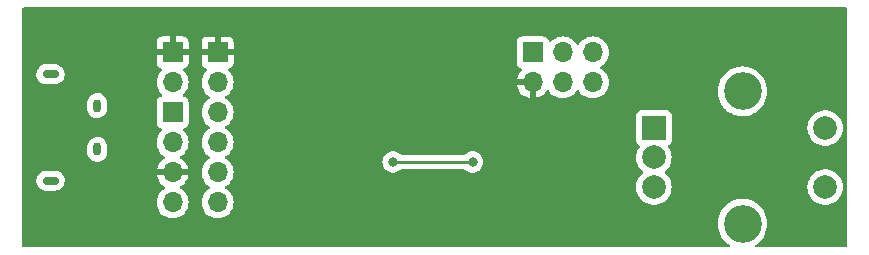
<source format=gbl>
%TF.GenerationSoftware,KiCad,Pcbnew,7.0.2-1.fc38*%
%TF.CreationDate,2023-06-01T20:35:21+02:00*%
%TF.ProjectId,laserhead-distance-sensor,6c617365-7268-4656-9164-2d6469737461,v1.0*%
%TF.SameCoordinates,Original*%
%TF.FileFunction,Copper,L2,Bot*%
%TF.FilePolarity,Positive*%
%FSLAX46Y46*%
G04 Gerber Fmt 4.6, Leading zero omitted, Abs format (unit mm)*
G04 Created by KiCad (PCBNEW 7.0.2-1.fc38) date 2023-06-01 20:35:21*
%MOMM*%
%LPD*%
G01*
G04 APERTURE LIST*
%TA.AperFunction,ComponentPad*%
%ADD10R,2.000000X2.000000*%
%TD*%
%TA.AperFunction,ComponentPad*%
%ADD11C,2.000000*%
%TD*%
%TA.AperFunction,ComponentPad*%
%ADD12C,3.200000*%
%TD*%
%TA.AperFunction,ComponentPad*%
%ADD13O,0.700000X1.100000*%
%TD*%
%TA.AperFunction,ComponentPad*%
%ADD14O,1.400000X0.700000*%
%TD*%
%TA.AperFunction,ComponentPad*%
%ADD15R,1.700000X1.700000*%
%TD*%
%TA.AperFunction,ComponentPad*%
%ADD16O,1.700000X1.700000*%
%TD*%
%TA.AperFunction,ViaPad*%
%ADD17C,0.800000*%
%TD*%
%TA.AperFunction,Conductor*%
%ADD18C,0.250000*%
%TD*%
G04 APERTURE END LIST*
D10*
%TO.P,SW1,A,A*%
%TO.N,RE_CLK*%
X249068500Y-129580000D03*
D11*
%TO.P,SW1,B,B*%
%TO.N,RE_DATA*%
X249068500Y-134580000D03*
%TO.P,SW1,C,C*%
%TO.N,GND*%
X249068500Y-132080000D03*
D12*
%TO.P,SW1,MP*%
%TO.N,N/C*%
X256568500Y-126480000D03*
X256568500Y-137680000D03*
D11*
%TO.P,SW1,S1,S1*%
%TO.N,RE_SWITCH*%
X263568500Y-134580000D03*
%TO.P,SW1,S2,S2*%
%TO.N,GND*%
X263568500Y-129580000D03*
%TD*%
D13*
%TO.P,J2,1,Pin_1*%
%TO.N,Net-(D1-A)*%
X201930000Y-127690000D03*
%TO.P,J2,2,Pin_2*%
%TO.N,GND*%
X201930000Y-131390000D03*
D14*
%TO.P,J2,3,Pin_3*%
%TO.N,unconnected-(J2-Pin_3-Pad3)*%
X197980000Y-134040000D03*
X197980000Y-125040000D03*
%TD*%
D15*
%TO.P,J5,1,Pin_1*%
%TO.N,VCC*%
X208312500Y-123185000D03*
D16*
%TO.P,J5,2,Pin_2*%
%TO.N,GND*%
X208312500Y-125725000D03*
%TD*%
D15*
%TO.P,J1,1,Pin_1*%
%TO.N,SDA*%
X208312500Y-128270000D03*
D16*
%TO.P,J1,2,Pin_2*%
%TO.N,SCL*%
X208312500Y-130810000D03*
%TO.P,J1,3,Pin_3*%
%TO.N,VCC*%
X208312500Y-133350000D03*
%TO.P,J1,4,Pin_4*%
%TO.N,GND*%
X208312500Y-135890000D03*
%TD*%
D15*
%TO.P,J3,1,Pin_1*%
%TO.N,VCC*%
X212122500Y-123190000D03*
D16*
%TO.P,J3,2,Pin_2*%
%TO.N,GND*%
X212122500Y-125730000D03*
%TO.P,J3,3,Pin_3*%
%TO.N,SDA*%
X212122500Y-128270000D03*
%TO.P,J3,4,Pin_4*%
%TO.N,SCL*%
X212122500Y-130810000D03*
%TO.P,J3,5,Pin_5*%
%TO.N,INT*%
X212122500Y-133350000D03*
%TO.P,J3,6,Pin_6*%
%TO.N,XSHUT*%
X212122500Y-135890000D03*
%TD*%
D15*
%TO.P,J4,1,Pin_1*%
%TO.N,MISO*%
X238807500Y-123185000D03*
D16*
%TO.P,J4,2,Pin_2*%
%TO.N,VCC*%
X238807500Y-125725000D03*
%TO.P,J4,3,Pin_3*%
%TO.N,SCK*%
X241347500Y-123185000D03*
%TO.P,J4,4,Pin_4*%
%TO.N,MOSI*%
X241347500Y-125725000D03*
%TO.P,J4,5,Pin_5*%
%TO.N,~RESET*%
X243887500Y-123185000D03*
%TO.P,J4,6,Pin_6*%
%TO.N,GND*%
X243887500Y-125725000D03*
%TD*%
D17*
%TO.N,VCC*%
X226981500Y-134112000D03*
%TO.N,~RESET*%
X233712500Y-132461000D03*
X226981500Y-132461000D03*
%TD*%
D18*
%TO.N,~RESET*%
X226981500Y-132461000D02*
X233712500Y-132461000D01*
%TD*%
%TA.AperFunction,Conductor*%
%TO.N,VCC*%
G36*
X265372539Y-119400185D02*
G01*
X265418294Y-119452989D01*
X265429500Y-119504500D01*
X265429500Y-139575500D01*
X265409815Y-139642539D01*
X265357011Y-139688294D01*
X265305500Y-139699500D01*
X257732794Y-139699500D01*
X257665755Y-139679815D01*
X257620000Y-139627011D01*
X257610056Y-139557853D01*
X257639081Y-139494297D01*
X257668365Y-139469552D01*
X257686499Y-139458523D01*
X257782647Y-139400055D01*
X258005553Y-139218708D01*
X258201689Y-139008698D01*
X258367401Y-138773936D01*
X258499604Y-138518797D01*
X258595834Y-138248032D01*
X258654298Y-137966686D01*
X258673908Y-137680000D01*
X258654298Y-137393314D01*
X258595834Y-137111968D01*
X258499604Y-136841203D01*
X258367401Y-136586064D01*
X258201689Y-136351302D01*
X258005553Y-136141292D01*
X258002271Y-136138622D01*
X258002268Y-136138619D01*
X257785929Y-135962615D01*
X257785928Y-135962614D01*
X257782647Y-135959945D01*
X257537125Y-135810639D01*
X257533245Y-135808953D01*
X257533238Y-135808950D01*
X257277439Y-135697841D01*
X257277429Y-135697837D01*
X257273558Y-135696156D01*
X257243521Y-135687740D01*
X257000937Y-135619771D01*
X257000924Y-135619768D01*
X256996858Y-135618629D01*
X256992668Y-135618053D01*
X256992658Y-135618051D01*
X256716375Y-135580076D01*
X256716362Y-135580075D01*
X256712178Y-135579500D01*
X256424822Y-135579500D01*
X256420638Y-135580075D01*
X256420624Y-135580076D01*
X256144341Y-135618051D01*
X256144328Y-135618053D01*
X256140142Y-135618629D01*
X256136077Y-135619767D01*
X256136062Y-135619771D01*
X255867513Y-135695015D01*
X255867508Y-135695016D01*
X255863442Y-135696156D01*
X255859575Y-135697835D01*
X255859560Y-135697841D01*
X255603761Y-135808950D01*
X255603748Y-135808956D01*
X255599875Y-135810639D01*
X255596264Y-135812834D01*
X255596256Y-135812839D01*
X255357965Y-135957748D01*
X255357960Y-135957751D01*
X255354353Y-135959945D01*
X255351078Y-135962609D01*
X255351070Y-135962615D01*
X255134731Y-136138619D01*
X255134720Y-136138628D01*
X255131447Y-136141292D01*
X255128568Y-136144374D01*
X255128559Y-136144383D01*
X254938199Y-136348209D01*
X254938194Y-136348214D01*
X254935311Y-136351302D01*
X254932875Y-136354752D01*
X254932866Y-136354764D01*
X254772045Y-136582598D01*
X254772041Y-136582603D01*
X254769599Y-136586064D01*
X254767653Y-136589818D01*
X254767649Y-136589826D01*
X254639345Y-136837440D01*
X254639340Y-136837450D01*
X254637396Y-136841203D01*
X254635979Y-136845188D01*
X254635975Y-136845199D01*
X254606372Y-136928495D01*
X254541166Y-137111968D01*
X254540304Y-137116113D01*
X254540303Y-137116119D01*
X254483563Y-137389167D01*
X254483561Y-137389177D01*
X254482702Y-137393314D01*
X254463092Y-137680000D01*
X254482702Y-137966686D01*
X254483561Y-137970824D01*
X254483563Y-137970832D01*
X254540303Y-138243880D01*
X254541166Y-138248032D01*
X254637396Y-138518797D01*
X254769599Y-138773936D01*
X254772045Y-138777401D01*
X254932866Y-139005235D01*
X254932870Y-139005240D01*
X254935311Y-139008698D01*
X255131447Y-139218708D01*
X255354353Y-139400055D01*
X255435549Y-139449431D01*
X255468635Y-139469552D01*
X255515687Y-139521204D01*
X255527344Y-139590094D01*
X255499906Y-139654351D01*
X255442084Y-139693573D01*
X255404206Y-139699500D01*
X195704500Y-139699500D01*
X195637461Y-139679815D01*
X195591706Y-139627011D01*
X195580500Y-139575500D01*
X195580500Y-135889999D01*
X206956840Y-135889999D01*
X206977436Y-136125407D01*
X206982521Y-136144383D01*
X207038597Y-136353663D01*
X207138465Y-136567830D01*
X207274005Y-136761401D01*
X207441099Y-136928495D01*
X207634670Y-137064035D01*
X207848837Y-137163903D01*
X208077092Y-137225063D01*
X208312499Y-137245659D01*
X208312499Y-137245658D01*
X208312500Y-137245659D01*
X208547908Y-137225063D01*
X208776163Y-137163903D01*
X208990330Y-137064035D01*
X209183901Y-136928495D01*
X209350995Y-136761401D01*
X209486535Y-136567830D01*
X209586403Y-136353663D01*
X209647563Y-136125408D01*
X209668159Y-135890000D01*
X210766840Y-135890000D01*
X210787436Y-136125407D01*
X210792521Y-136144383D01*
X210848597Y-136353663D01*
X210948465Y-136567830D01*
X211084005Y-136761401D01*
X211251099Y-136928495D01*
X211444670Y-137064035D01*
X211658837Y-137163903D01*
X211887092Y-137225063D01*
X212122500Y-137245659D01*
X212357908Y-137225063D01*
X212586163Y-137163903D01*
X212800330Y-137064035D01*
X212993901Y-136928495D01*
X213160995Y-136761401D01*
X213296535Y-136567830D01*
X213396403Y-136353663D01*
X213457563Y-136125408D01*
X213478159Y-135890000D01*
X213457563Y-135654592D01*
X213396403Y-135426337D01*
X213296535Y-135212171D01*
X213160995Y-135018599D01*
X212993901Y-134851505D01*
X212808339Y-134721573D01*
X212764716Y-134666998D01*
X212757522Y-134597500D01*
X212766369Y-134580000D01*
X247562856Y-134580000D01*
X247583391Y-134827816D01*
X247583391Y-134827819D01*
X247583392Y-134827821D01*
X247644437Y-135068881D01*
X247689460Y-135171523D01*
X247744325Y-135296604D01*
X247744327Y-135296607D01*
X247880336Y-135504785D01*
X248048756Y-135687738D01*
X248114167Y-135738650D01*
X248244985Y-135840470D01*
X248244987Y-135840471D01*
X248244991Y-135840474D01*
X248463690Y-135958828D01*
X248698886Y-136039571D01*
X248944165Y-136080500D01*
X249192835Y-136080500D01*
X249438114Y-136039571D01*
X249673310Y-135958828D01*
X249892009Y-135840474D01*
X250088244Y-135687738D01*
X250256664Y-135504785D01*
X250392673Y-135296607D01*
X250492563Y-135068881D01*
X250553608Y-134827821D01*
X250574143Y-134580000D01*
X250574143Y-134579999D01*
X262062856Y-134579999D01*
X262083391Y-134827816D01*
X262083391Y-134827819D01*
X262083392Y-134827821D01*
X262144437Y-135068881D01*
X262189460Y-135171523D01*
X262244325Y-135296604D01*
X262244327Y-135296607D01*
X262380336Y-135504785D01*
X262548756Y-135687738D01*
X262614167Y-135738650D01*
X262744985Y-135840470D01*
X262744987Y-135840471D01*
X262744991Y-135840474D01*
X262963690Y-135958828D01*
X263198886Y-136039571D01*
X263444165Y-136080500D01*
X263692835Y-136080500D01*
X263938114Y-136039571D01*
X264173310Y-135958828D01*
X264392009Y-135840474D01*
X264588244Y-135687738D01*
X264756664Y-135504785D01*
X264892673Y-135296607D01*
X264992563Y-135068881D01*
X265053608Y-134827821D01*
X265074143Y-134580000D01*
X265053608Y-134332179D01*
X264992563Y-134091119D01*
X264892673Y-133863393D01*
X264756664Y-133655215D01*
X264588244Y-133472262D01*
X264566112Y-133455036D01*
X264392014Y-133319529D01*
X264392010Y-133319526D01*
X264392009Y-133319526D01*
X264173310Y-133201172D01*
X264173306Y-133201170D01*
X264173305Y-133201170D01*
X263938115Y-133120429D01*
X263692835Y-133079500D01*
X263444165Y-133079500D01*
X263198884Y-133120429D01*
X262963694Y-133201170D01*
X262963690Y-133201171D01*
X262963690Y-133201172D01*
X262911773Y-133229268D01*
X262744985Y-133319529D01*
X262548759Y-133472259D01*
X262548756Y-133472261D01*
X262548756Y-133472262D01*
X262468131Y-133559844D01*
X262380337Y-133655214D01*
X262244325Y-133863395D01*
X262144438Y-134091117D01*
X262083391Y-134332183D01*
X262062856Y-134579999D01*
X250574143Y-134579999D01*
X250553608Y-134332179D01*
X250492563Y-134091119D01*
X250392673Y-133863393D01*
X250256664Y-133655215D01*
X250088244Y-133472262D01*
X250075877Y-133462636D01*
X250031188Y-133427853D01*
X249990375Y-133371143D01*
X249986700Y-133301370D01*
X250021332Y-133240687D01*
X250031189Y-133232146D01*
X250071583Y-133200704D01*
X250088244Y-133187738D01*
X250256664Y-133004785D01*
X250392673Y-132796607D01*
X250492563Y-132568881D01*
X250553608Y-132327821D01*
X250574143Y-132080000D01*
X250553608Y-131832179D01*
X250492563Y-131591119D01*
X250392673Y-131363393D01*
X250280415Y-131191569D01*
X250260229Y-131124681D01*
X250279409Y-131057495D01*
X250309914Y-131024482D01*
X250310829Y-131023796D01*
X250310831Y-131023796D01*
X250426046Y-130937546D01*
X250512296Y-130822331D01*
X250562591Y-130687483D01*
X250569000Y-130627873D01*
X250568999Y-129579999D01*
X262062856Y-129579999D01*
X262083391Y-129827816D01*
X262083391Y-129827819D01*
X262083392Y-129827821D01*
X262144437Y-130068881D01*
X262172198Y-130132170D01*
X262244325Y-130296604D01*
X262244327Y-130296607D01*
X262380336Y-130504785D01*
X262548756Y-130687738D01*
X262548759Y-130687740D01*
X262744985Y-130840470D01*
X262744987Y-130840471D01*
X262744991Y-130840474D01*
X262963690Y-130958828D01*
X263198886Y-131039571D01*
X263444165Y-131080500D01*
X263692835Y-131080500D01*
X263938114Y-131039571D01*
X264173310Y-130958828D01*
X264392009Y-130840474D01*
X264588244Y-130687738D01*
X264756664Y-130504785D01*
X264892673Y-130296607D01*
X264992563Y-130068881D01*
X265053608Y-129827821D01*
X265074143Y-129580000D01*
X265053608Y-129332179D01*
X264992563Y-129091119D01*
X264892673Y-128863393D01*
X264756664Y-128655215D01*
X264588244Y-128472262D01*
X264566112Y-128455036D01*
X264392014Y-128319529D01*
X264392010Y-128319526D01*
X264392009Y-128319526D01*
X264173310Y-128201172D01*
X264173306Y-128201170D01*
X264173305Y-128201170D01*
X263938115Y-128120429D01*
X263692835Y-128079500D01*
X263444165Y-128079500D01*
X263198884Y-128120429D01*
X262963694Y-128201170D01*
X262744985Y-128319529D01*
X262548759Y-128472259D01*
X262548756Y-128472261D01*
X262548756Y-128472262D01*
X262490598Y-128535439D01*
X262380337Y-128655214D01*
X262244325Y-128863395D01*
X262207289Y-128947830D01*
X262144437Y-129091119D01*
X262109905Y-129227483D01*
X262083391Y-129332183D01*
X262062856Y-129579999D01*
X250568999Y-129579999D01*
X250568999Y-128532128D01*
X250562591Y-128472517D01*
X250512296Y-128337669D01*
X250426046Y-128222454D01*
X250310831Y-128136204D01*
X250175983Y-128085909D01*
X250116373Y-128079500D01*
X250113050Y-128079500D01*
X248023939Y-128079500D01*
X248023920Y-128079500D01*
X248020628Y-128079501D01*
X248017348Y-128079853D01*
X248017340Y-128079854D01*
X247961015Y-128085909D01*
X247826169Y-128136204D01*
X247710954Y-128222454D01*
X247624704Y-128337668D01*
X247574410Y-128472515D01*
X247574409Y-128472517D01*
X247568000Y-128532127D01*
X247568000Y-128535448D01*
X247568000Y-128535449D01*
X247568000Y-130624560D01*
X247568000Y-130624578D01*
X247568001Y-130627872D01*
X247568353Y-130631152D01*
X247568354Y-130631159D01*
X247574409Y-130687484D01*
X247597329Y-130748936D01*
X247624704Y-130822331D01*
X247638283Y-130840470D01*
X247710954Y-130937546D01*
X247827085Y-131024482D01*
X247868956Y-131080416D01*
X247873940Y-131150108D01*
X247856583Y-131191570D01*
X247744326Y-131363392D01*
X247657868Y-131560500D01*
X247644437Y-131591119D01*
X247621574Y-131681404D01*
X247583391Y-131832183D01*
X247562856Y-132080000D01*
X247583391Y-132327816D01*
X247583391Y-132327819D01*
X247583392Y-132327821D01*
X247644437Y-132568881D01*
X247679693Y-132649256D01*
X247744325Y-132796604D01*
X247744327Y-132796607D01*
X247880336Y-133004785D01*
X248048756Y-133187738D01*
X248066016Y-133201172D01*
X248105812Y-133232147D01*
X248146625Y-133288857D01*
X248150300Y-133358630D01*
X248115668Y-133419313D01*
X248105812Y-133427853D01*
X248048759Y-133472259D01*
X248048756Y-133472261D01*
X248048756Y-133472262D01*
X247968131Y-133559844D01*
X247880337Y-133655214D01*
X247744325Y-133863395D01*
X247644438Y-134091117D01*
X247583391Y-134332183D01*
X247562856Y-134580000D01*
X212766369Y-134580000D01*
X212789045Y-134535145D01*
X212808337Y-134518428D01*
X212993901Y-134388495D01*
X213160995Y-134221401D01*
X213296535Y-134027830D01*
X213396403Y-133813663D01*
X213457563Y-133585408D01*
X213478159Y-133350000D01*
X213457563Y-133114592D01*
X213396403Y-132886337D01*
X213296535Y-132672171D01*
X213160995Y-132478599D01*
X213143395Y-132460999D01*
X226076040Y-132460999D01*
X226095826Y-132649257D01*
X226154320Y-132829284D01*
X226248966Y-132993216D01*
X226375629Y-133133889D01*
X226528769Y-133245151D01*
X226701697Y-133322144D01*
X226886852Y-133361500D01*
X226886854Y-133361500D01*
X227076148Y-133361500D01*
X227224343Y-133330000D01*
X227261303Y-133322144D01*
X227434230Y-133245151D01*
X227587371Y-133133888D01*
X227593098Y-133127527D01*
X227652584Y-133090879D01*
X227685247Y-133086500D01*
X233008753Y-133086500D01*
X233075792Y-133106185D01*
X233100900Y-133127526D01*
X233106629Y-133133888D01*
X233259770Y-133245151D01*
X233259771Y-133245151D01*
X233259772Y-133245152D01*
X233432697Y-133322144D01*
X233617852Y-133361500D01*
X233617854Y-133361500D01*
X233807148Y-133361500D01*
X233955343Y-133330000D01*
X233992303Y-133322144D01*
X234165230Y-133245151D01*
X234241328Y-133189863D01*
X234318370Y-133133889D01*
X234324098Y-133127528D01*
X234445033Y-132993216D01*
X234539679Y-132829284D01*
X234598174Y-132649256D01*
X234617960Y-132461000D01*
X234598174Y-132272744D01*
X234544560Y-132107737D01*
X234539679Y-132092715D01*
X234445033Y-131928783D01*
X234318370Y-131788110D01*
X234165230Y-131676848D01*
X233992302Y-131599855D01*
X233807148Y-131560500D01*
X233807146Y-131560500D01*
X233617854Y-131560500D01*
X233617852Y-131560500D01*
X233432697Y-131599855D01*
X233259772Y-131676847D01*
X233157676Y-131751024D01*
X233106629Y-131788112D01*
X233100901Y-131794472D01*
X233041416Y-131831121D01*
X233008753Y-131835500D01*
X227685247Y-131835500D01*
X227618208Y-131815815D01*
X227593099Y-131794473D01*
X227587371Y-131788112D01*
X227434230Y-131676849D01*
X227434229Y-131676848D01*
X227434227Y-131676847D01*
X227261302Y-131599855D01*
X227076148Y-131560500D01*
X227076146Y-131560500D01*
X226886854Y-131560500D01*
X226886852Y-131560500D01*
X226701697Y-131599855D01*
X226528769Y-131676848D01*
X226375629Y-131788110D01*
X226248966Y-131928783D01*
X226154320Y-132092715D01*
X226095826Y-132272742D01*
X226076040Y-132460999D01*
X213143395Y-132460999D01*
X212993901Y-132311505D01*
X212808339Y-132181573D01*
X212764716Y-132126998D01*
X212757522Y-132057500D01*
X212789045Y-131995145D01*
X212808337Y-131978428D01*
X212993901Y-131848495D01*
X213160995Y-131681401D01*
X213296535Y-131487830D01*
X213396403Y-131273663D01*
X213457563Y-131045408D01*
X213478159Y-130810000D01*
X213472816Y-130748936D01*
X213457563Y-130574592D01*
X213457562Y-130574592D01*
X213396403Y-130346337D01*
X213296535Y-130132171D01*
X213160995Y-129938599D01*
X212993901Y-129771505D01*
X212808339Y-129641573D01*
X212764716Y-129586998D01*
X212757522Y-129517500D01*
X212789045Y-129455145D01*
X212808337Y-129438428D01*
X212993901Y-129308495D01*
X213160995Y-129141401D01*
X213296535Y-128947830D01*
X213396403Y-128733663D01*
X213457563Y-128505408D01*
X213478159Y-128270000D01*
X213457563Y-128034592D01*
X213396403Y-127806337D01*
X213296535Y-127592171D01*
X213160995Y-127398599D01*
X212993901Y-127231505D01*
X212808339Y-127101573D01*
X212764717Y-127046998D01*
X212757524Y-126977499D01*
X212789046Y-126915145D01*
X212808337Y-126898428D01*
X212993901Y-126768495D01*
X213160995Y-126601401D01*
X213296535Y-126407830D01*
X213396403Y-126193663D01*
X213457563Y-125965408D01*
X213478159Y-125730000D01*
X213477721Y-125724999D01*
X213457563Y-125494592D01*
X213428483Y-125386064D01*
X213396403Y-125266337D01*
X213296535Y-125052171D01*
X213160995Y-124858599D01*
X213038680Y-124736284D01*
X213005196Y-124674962D01*
X213010180Y-124605270D01*
X213052052Y-124549337D01*
X213083028Y-124532422D01*
X213214589Y-124483352D01*
X213329688Y-124397188D01*
X213415852Y-124282089D01*
X213466099Y-124147371D01*
X213472145Y-124091132D01*
X213472500Y-124084518D01*
X213472500Y-124079578D01*
X237457000Y-124079578D01*
X237457001Y-124082872D01*
X237457353Y-124086152D01*
X237457354Y-124086159D01*
X237463409Y-124142484D01*
X237486534Y-124204485D01*
X237513704Y-124277331D01*
X237599954Y-124392546D01*
X237715169Y-124478796D01*
X237847098Y-124528002D01*
X237903032Y-124569873D01*
X237927449Y-124635337D01*
X237912597Y-124703610D01*
X237891447Y-124731865D01*
X237769388Y-124853924D01*
X237633900Y-125047421D01*
X237534069Y-125261507D01*
X237476864Y-125474999D01*
X237476864Y-125475000D01*
X238373814Y-125475000D01*
X238348007Y-125515156D01*
X238307500Y-125653111D01*
X238307500Y-125796889D01*
X238348007Y-125934844D01*
X238373814Y-125975000D01*
X237476864Y-125975000D01*
X237534069Y-126188492D01*
X237633899Y-126402576D01*
X237769393Y-126596081D01*
X237936418Y-126763106D01*
X238129923Y-126898600D01*
X238344009Y-126998430D01*
X238557500Y-127055634D01*
X238557500Y-126160501D01*
X238665185Y-126209680D01*
X238771737Y-126225000D01*
X238843263Y-126225000D01*
X238949815Y-126209680D01*
X239057500Y-126160501D01*
X239057500Y-127055633D01*
X239270990Y-126998430D01*
X239485076Y-126898600D01*
X239678581Y-126763106D01*
X239845609Y-126596078D01*
X239975619Y-126410405D01*
X240030196Y-126366780D01*
X240099694Y-126359586D01*
X240162049Y-126391109D01*
X240178765Y-126410400D01*
X240309005Y-126596401D01*
X240476099Y-126763495D01*
X240669670Y-126899035D01*
X240883837Y-126998903D01*
X241095559Y-127055633D01*
X241112092Y-127060063D01*
X241347499Y-127080659D01*
X241347499Y-127080658D01*
X241347500Y-127080659D01*
X241582908Y-127060063D01*
X241811163Y-126998903D01*
X242025330Y-126899035D01*
X242218901Y-126763495D01*
X242385995Y-126596401D01*
X242515926Y-126410839D01*
X242570502Y-126367216D01*
X242640000Y-126360022D01*
X242702355Y-126391545D01*
X242719071Y-126410837D01*
X242849005Y-126596401D01*
X243016099Y-126763495D01*
X243209670Y-126899035D01*
X243423837Y-126998903D01*
X243652092Y-127060063D01*
X243887500Y-127080659D01*
X244122908Y-127060063D01*
X244351163Y-126998903D01*
X244565330Y-126899035D01*
X244758901Y-126763495D01*
X244925995Y-126596401D01*
X245007500Y-126480000D01*
X254463092Y-126480000D01*
X254482702Y-126766686D01*
X254483561Y-126770824D01*
X254483563Y-126770832D01*
X254540303Y-127043880D01*
X254541166Y-127048032D01*
X254542584Y-127052023D01*
X254542585Y-127052025D01*
X254635163Y-127312516D01*
X254637396Y-127318797D01*
X254639343Y-127322555D01*
X254639345Y-127322559D01*
X254767649Y-127570173D01*
X254769599Y-127573936D01*
X254772045Y-127577401D01*
X254932866Y-127805235D01*
X254932870Y-127805240D01*
X254935311Y-127808698D01*
X254938199Y-127811790D01*
X255054308Y-127936113D01*
X255131447Y-128018708D01*
X255134728Y-128021377D01*
X255134731Y-128021380D01*
X255206172Y-128079501D01*
X255354353Y-128200055D01*
X255599875Y-128349361D01*
X255863442Y-128463844D01*
X256083884Y-128525608D01*
X256136062Y-128540228D01*
X256136064Y-128540228D01*
X256140142Y-128541371D01*
X256424822Y-128580500D01*
X256429059Y-128580500D01*
X256707941Y-128580500D01*
X256712178Y-128580500D01*
X256996858Y-128541371D01*
X257273558Y-128463844D01*
X257537125Y-128349361D01*
X257782647Y-128200055D01*
X258005553Y-128018708D01*
X258201689Y-127808698D01*
X258367401Y-127573936D01*
X258499604Y-127318797D01*
X258595834Y-127048032D01*
X258654298Y-126766686D01*
X258673908Y-126480000D01*
X258654298Y-126193314D01*
X258595834Y-125911968D01*
X258499604Y-125641203D01*
X258367401Y-125386064D01*
X258201689Y-125151302D01*
X258005553Y-124941292D01*
X258002271Y-124938622D01*
X258002268Y-124938619D01*
X257785929Y-124762615D01*
X257785928Y-124762614D01*
X257782647Y-124759945D01*
X257584210Y-124639272D01*
X257540743Y-124612839D01*
X257540741Y-124612838D01*
X257537125Y-124610639D01*
X257533245Y-124608953D01*
X257533238Y-124608950D01*
X257277439Y-124497841D01*
X257277429Y-124497837D01*
X257273558Y-124496156D01*
X257269486Y-124495015D01*
X257000937Y-124419771D01*
X257000924Y-124419768D01*
X256996858Y-124418629D01*
X256992668Y-124418053D01*
X256992658Y-124418051D01*
X256716375Y-124380076D01*
X256716362Y-124380075D01*
X256712178Y-124379500D01*
X256424822Y-124379500D01*
X256420638Y-124380075D01*
X256420624Y-124380076D01*
X256144341Y-124418051D01*
X256144328Y-124418053D01*
X256140142Y-124418629D01*
X256136077Y-124419767D01*
X256136062Y-124419771D01*
X255867513Y-124495015D01*
X255867508Y-124495016D01*
X255863442Y-124496156D01*
X255859575Y-124497835D01*
X255859560Y-124497841D01*
X255603761Y-124608950D01*
X255603748Y-124608956D01*
X255599875Y-124610639D01*
X255596264Y-124612834D01*
X255596256Y-124612839D01*
X255357965Y-124757748D01*
X255357960Y-124757751D01*
X255354353Y-124759945D01*
X255351078Y-124762609D01*
X255351070Y-124762615D01*
X255134731Y-124938619D01*
X255134720Y-124938628D01*
X255131447Y-124941292D01*
X255128568Y-124944374D01*
X255128559Y-124944383D01*
X254938199Y-125148209D01*
X254938194Y-125148214D01*
X254935311Y-125151302D01*
X254932875Y-125154752D01*
X254932866Y-125154764D01*
X254772045Y-125382598D01*
X254772041Y-125382603D01*
X254769599Y-125386064D01*
X254767653Y-125389818D01*
X254767649Y-125389826D01*
X254639345Y-125637440D01*
X254639340Y-125637450D01*
X254637396Y-125641203D01*
X254635979Y-125645188D01*
X254635975Y-125645199D01*
X254542585Y-125907974D01*
X254541166Y-125911968D01*
X254540304Y-125916113D01*
X254540303Y-125916119D01*
X254483563Y-126189167D01*
X254483561Y-126189177D01*
X254482702Y-126193314D01*
X254482413Y-126197529D01*
X254482413Y-126197534D01*
X254467852Y-126410405D01*
X254463092Y-126480000D01*
X245007500Y-126480000D01*
X245061535Y-126402830D01*
X245161403Y-126188663D01*
X245222563Y-125960408D01*
X245243159Y-125725000D01*
X245222563Y-125489592D01*
X245161403Y-125261337D01*
X245061535Y-125047171D01*
X244925995Y-124853599D01*
X244758901Y-124686505D01*
X244573339Y-124556573D01*
X244529715Y-124501997D01*
X244522523Y-124432498D01*
X244554045Y-124370144D01*
X244573331Y-124353432D01*
X244758901Y-124223495D01*
X244925995Y-124056401D01*
X245061535Y-123862830D01*
X245161403Y-123648663D01*
X245222563Y-123420408D01*
X245243159Y-123185000D01*
X245222563Y-122949592D01*
X245161403Y-122721337D01*
X245061535Y-122507171D01*
X244925995Y-122313599D01*
X244758901Y-122146505D01*
X244565330Y-122010965D01*
X244351163Y-121911097D01*
X244278574Y-121891647D01*
X244122907Y-121849936D01*
X243887499Y-121829340D01*
X243652092Y-121849936D01*
X243423836Y-121911097D01*
X243209670Y-122010965D01*
X243016098Y-122146505D01*
X242849005Y-122313598D01*
X242719075Y-122499159D01*
X242664498Y-122542784D01*
X242595000Y-122549978D01*
X242532645Y-122518455D01*
X242515925Y-122499159D01*
X242385994Y-122313598D01*
X242218904Y-122146508D01*
X242218903Y-122146508D01*
X242218901Y-122146505D01*
X242025330Y-122010965D01*
X241811163Y-121911097D01*
X241738574Y-121891647D01*
X241582907Y-121849936D01*
X241347500Y-121829340D01*
X241112092Y-121849936D01*
X240883836Y-121911097D01*
X240669670Y-122010965D01*
X240476101Y-122146503D01*
X240354173Y-122268431D01*
X240292850Y-122301915D01*
X240223158Y-122296931D01*
X240167225Y-122255059D01*
X240150310Y-122224082D01*
X240143158Y-122204907D01*
X240101296Y-122092669D01*
X240015046Y-121977454D01*
X239899831Y-121891204D01*
X239764983Y-121840909D01*
X239713316Y-121835354D01*
X239708666Y-121834854D01*
X239708665Y-121834853D01*
X239705373Y-121834500D01*
X239702050Y-121834500D01*
X237912939Y-121834500D01*
X237912920Y-121834500D01*
X237909628Y-121834501D01*
X237906348Y-121834853D01*
X237906340Y-121834854D01*
X237850015Y-121840909D01*
X237715169Y-121891204D01*
X237599954Y-121977454D01*
X237513704Y-122092668D01*
X237513703Y-122092669D01*
X237513704Y-122092669D01*
X237463409Y-122227517D01*
X237457000Y-122287127D01*
X237457000Y-122290448D01*
X237457000Y-122290449D01*
X237457000Y-124079560D01*
X237457000Y-124079578D01*
X213472500Y-124079578D01*
X213472500Y-123440000D01*
X212556186Y-123440000D01*
X212581993Y-123399844D01*
X212622500Y-123261889D01*
X212622500Y-123118111D01*
X212581993Y-122980156D01*
X212556186Y-122940000D01*
X213472499Y-122940000D01*
X213472500Y-122295481D01*
X213472145Y-122288867D01*
X213466099Y-122232628D01*
X213415852Y-122097910D01*
X213329688Y-121982811D01*
X213214589Y-121896647D01*
X213079871Y-121846400D01*
X213023632Y-121840354D01*
X213017018Y-121840000D01*
X212372500Y-121840000D01*
X212372499Y-122754498D01*
X212264815Y-122705320D01*
X212158263Y-122690000D01*
X212086737Y-122690000D01*
X211980185Y-122705320D01*
X211872499Y-122754498D01*
X211872500Y-121840000D01*
X211227982Y-121840000D01*
X211221367Y-121840354D01*
X211165128Y-121846400D01*
X211030410Y-121896647D01*
X210915311Y-121982811D01*
X210829147Y-122097910D01*
X210778900Y-122232628D01*
X210772854Y-122288867D01*
X210772500Y-122295481D01*
X210772500Y-122940000D01*
X211688814Y-122940000D01*
X211663007Y-122980156D01*
X211622500Y-123118111D01*
X211622500Y-123261889D01*
X211663007Y-123399844D01*
X211688814Y-123440000D01*
X210772500Y-123440000D01*
X210772500Y-124084518D01*
X210772854Y-124091132D01*
X210778900Y-124147371D01*
X210829147Y-124282089D01*
X210915311Y-124397188D01*
X211030411Y-124483352D01*
X211161971Y-124532422D01*
X211217904Y-124574294D01*
X211242321Y-124639758D01*
X211227469Y-124708031D01*
X211206319Y-124736285D01*
X211084003Y-124858601D01*
X210948465Y-125052170D01*
X210848597Y-125266336D01*
X210787436Y-125494592D01*
X210766840Y-125729999D01*
X210787436Y-125965407D01*
X210832209Y-126132502D01*
X210848597Y-126193663D01*
X210948465Y-126407830D01*
X211084005Y-126601401D01*
X211251099Y-126768495D01*
X211436660Y-126898426D01*
X211480283Y-126953002D01*
X211487476Y-127022501D01*
X211455954Y-127084855D01*
X211436659Y-127101575D01*
X211251095Y-127231508D01*
X211084005Y-127398598D01*
X210948465Y-127592170D01*
X210848597Y-127806336D01*
X210787436Y-128034592D01*
X210766840Y-128270000D01*
X210787436Y-128505407D01*
X210812273Y-128598100D01*
X210848597Y-128733663D01*
X210948465Y-128947830D01*
X211084005Y-129141401D01*
X211251099Y-129308495D01*
X211436660Y-129438426D01*
X211480283Y-129493002D01*
X211487476Y-129562501D01*
X211455954Y-129624855D01*
X211436659Y-129641575D01*
X211251095Y-129771508D01*
X211084005Y-129938598D01*
X210948465Y-130132170D01*
X210848597Y-130346336D01*
X210787436Y-130574592D01*
X210766840Y-130809999D01*
X210787436Y-131045407D01*
X210826601Y-131191571D01*
X210848597Y-131273663D01*
X210948465Y-131487830D01*
X211084005Y-131681401D01*
X211251099Y-131848495D01*
X211436660Y-131978426D01*
X211480283Y-132033002D01*
X211487476Y-132102501D01*
X211455954Y-132164855D01*
X211436658Y-132181575D01*
X211270244Y-132298100D01*
X211251095Y-132311508D01*
X211084005Y-132478598D01*
X210948465Y-132672170D01*
X210848597Y-132886336D01*
X210787436Y-133114592D01*
X210766840Y-133350000D01*
X210787436Y-133585407D01*
X210832209Y-133752502D01*
X210848597Y-133813663D01*
X210948465Y-134027830D01*
X211084005Y-134221401D01*
X211251099Y-134388495D01*
X211436660Y-134518426D01*
X211480283Y-134573002D01*
X211487476Y-134642501D01*
X211455954Y-134704855D01*
X211436658Y-134721575D01*
X211252205Y-134850731D01*
X211251095Y-134851508D01*
X211084005Y-135018598D01*
X210948465Y-135212170D01*
X210848597Y-135426336D01*
X210787436Y-135654592D01*
X210766840Y-135890000D01*
X209668159Y-135890000D01*
X209647563Y-135654592D01*
X209586403Y-135426337D01*
X209486535Y-135212171D01*
X209350995Y-135018599D01*
X209183901Y-134851505D01*
X208997902Y-134721267D01*
X208954280Y-134666692D01*
X208947087Y-134597193D01*
X208978609Y-134534839D01*
X208997905Y-134518119D01*
X209183578Y-134388109D01*
X209350606Y-134221081D01*
X209486100Y-134027576D01*
X209585930Y-133813492D01*
X209643136Y-133600000D01*
X208746186Y-133600000D01*
X208771993Y-133559844D01*
X208812500Y-133421889D01*
X208812500Y-133278111D01*
X208771993Y-133140156D01*
X208746186Y-133100000D01*
X209643136Y-133100000D01*
X209643135Y-133099999D01*
X209585930Y-132886507D01*
X209486099Y-132672421D01*
X209350609Y-132478921D01*
X209183581Y-132311893D01*
X208997904Y-132181880D01*
X208954280Y-132127303D01*
X208947087Y-132057804D01*
X208978609Y-131995450D01*
X208997899Y-131978734D01*
X209183901Y-131848495D01*
X209350995Y-131681401D01*
X209486535Y-131487830D01*
X209586403Y-131273663D01*
X209647563Y-131045408D01*
X209668159Y-130810000D01*
X209647563Y-130574592D01*
X209586403Y-130346337D01*
X209486535Y-130132171D01*
X209350995Y-129938599D01*
X209229069Y-129816673D01*
X209195584Y-129755350D01*
X209200568Y-129685658D01*
X209242440Y-129629725D01*
X209273415Y-129612810D01*
X209404831Y-129563796D01*
X209520046Y-129477546D01*
X209606296Y-129362331D01*
X209656591Y-129227483D01*
X209663000Y-129167873D01*
X209662999Y-127372128D01*
X209656591Y-127312517D01*
X209606296Y-127177669D01*
X209520046Y-127062454D01*
X209404831Y-126976204D01*
X209269983Y-126925909D01*
X209269774Y-126925831D01*
X209213841Y-126883959D01*
X209189424Y-126818495D01*
X209204276Y-126750222D01*
X209225421Y-126721974D01*
X209350995Y-126596401D01*
X209486535Y-126402830D01*
X209586403Y-126188663D01*
X209647563Y-125960408D01*
X209668159Y-125725000D01*
X209647563Y-125489592D01*
X209586403Y-125261337D01*
X209486535Y-125047171D01*
X209350995Y-124853599D01*
X209228681Y-124731285D01*
X209195196Y-124669962D01*
X209200180Y-124600270D01*
X209242052Y-124544337D01*
X209273028Y-124527422D01*
X209404589Y-124478352D01*
X209519688Y-124392188D01*
X209605852Y-124277089D01*
X209656099Y-124142371D01*
X209662145Y-124086132D01*
X209662500Y-124079518D01*
X209662500Y-123435000D01*
X208746186Y-123435000D01*
X208771993Y-123394844D01*
X208812500Y-123256889D01*
X208812500Y-123113111D01*
X208771993Y-122975156D01*
X208746186Y-122935000D01*
X209662500Y-122935000D01*
X209662500Y-122290481D01*
X209662145Y-122283867D01*
X209656099Y-122227628D01*
X209605852Y-122092910D01*
X209519688Y-121977811D01*
X209404589Y-121891647D01*
X209269871Y-121841400D01*
X209213632Y-121835354D01*
X209207018Y-121835000D01*
X208562500Y-121835000D01*
X208562500Y-122749498D01*
X208454815Y-122700320D01*
X208348263Y-122685000D01*
X208276737Y-122685000D01*
X208170185Y-122700320D01*
X208062500Y-122749498D01*
X208062500Y-121835000D01*
X207417982Y-121835000D01*
X207411367Y-121835354D01*
X207355128Y-121841400D01*
X207220410Y-121891647D01*
X207105311Y-121977811D01*
X207019147Y-122092910D01*
X206968900Y-122227628D01*
X206962854Y-122283867D01*
X206962500Y-122290481D01*
X206962500Y-122935000D01*
X207878814Y-122935000D01*
X207853007Y-122975156D01*
X207812500Y-123113111D01*
X207812500Y-123256889D01*
X207853007Y-123394844D01*
X207878814Y-123435000D01*
X206962500Y-123435000D01*
X206962500Y-124079518D01*
X206962854Y-124086132D01*
X206968900Y-124142371D01*
X207019147Y-124277089D01*
X207105311Y-124392188D01*
X207220411Y-124478352D01*
X207351971Y-124527422D01*
X207407904Y-124569294D01*
X207432321Y-124634758D01*
X207417469Y-124703031D01*
X207396319Y-124731285D01*
X207274003Y-124853601D01*
X207138465Y-125047170D01*
X207038597Y-125261336D01*
X206977436Y-125489592D01*
X206956840Y-125725000D01*
X206977436Y-125960407D01*
X207002996Y-126055798D01*
X207038597Y-126188663D01*
X207138465Y-126402830D01*
X207274005Y-126596401D01*
X207274008Y-126596404D01*
X207399572Y-126721968D01*
X207433057Y-126783291D01*
X207428073Y-126852983D01*
X207386201Y-126908916D01*
X207355225Y-126925831D01*
X207220169Y-126976204D01*
X207104954Y-127062454D01*
X207018704Y-127177668D01*
X206968409Y-127312516D01*
X206968164Y-127314800D01*
X206962000Y-127372127D01*
X206962000Y-127375448D01*
X206962000Y-127375449D01*
X206962000Y-129164560D01*
X206962000Y-129164578D01*
X206962001Y-129167872D01*
X206968409Y-129227483D01*
X207018704Y-129362331D01*
X207104954Y-129477546D01*
X207220169Y-129563796D01*
X207332407Y-129605658D01*
X207351582Y-129612810D01*
X207407516Y-129654681D01*
X207431933Y-129720146D01*
X207417081Y-129788419D01*
X207395931Y-129816673D01*
X207274003Y-129938601D01*
X207138465Y-130132170D01*
X207038597Y-130346336D01*
X206977436Y-130574592D01*
X206956840Y-130810000D01*
X206977436Y-131045407D01*
X207016601Y-131191571D01*
X207038597Y-131273663D01*
X207138465Y-131487830D01*
X207274005Y-131681401D01*
X207441099Y-131848495D01*
X207627096Y-131978732D01*
X207670719Y-132033307D01*
X207677912Y-132102806D01*
X207646390Y-132165160D01*
X207627095Y-132181880D01*
X207441419Y-132311892D01*
X207274390Y-132478921D01*
X207138900Y-132672421D01*
X207039069Y-132886507D01*
X206981864Y-133099999D01*
X206981864Y-133100000D01*
X207878814Y-133100000D01*
X207853007Y-133140156D01*
X207812500Y-133278111D01*
X207812500Y-133421889D01*
X207853007Y-133559844D01*
X207878814Y-133600000D01*
X206981864Y-133600000D01*
X207039069Y-133813492D01*
X207138899Y-134027576D01*
X207274393Y-134221081D01*
X207441418Y-134388106D01*
X207627095Y-134518119D01*
X207670719Y-134572696D01*
X207677912Y-134642195D01*
X207646390Y-134704549D01*
X207627095Y-134721269D01*
X207480132Y-134824173D01*
X207442205Y-134850731D01*
X207441095Y-134851508D01*
X207274005Y-135018598D01*
X207138465Y-135212170D01*
X207038597Y-135426336D01*
X206977436Y-135654592D01*
X206956840Y-135889999D01*
X195580500Y-135889999D01*
X195580500Y-133993685D01*
X196775740Y-133993685D01*
X196785754Y-134178407D01*
X196835245Y-134356658D01*
X196921899Y-134520103D01*
X197041663Y-134661100D01*
X197188936Y-134773055D01*
X197356830Y-134850731D01*
X197356831Y-134850731D01*
X197356833Y-134850732D01*
X197537503Y-134890500D01*
X198372754Y-134890500D01*
X198376113Y-134890500D01*
X198513910Y-134875514D01*
X198689221Y-134816444D01*
X198847736Y-134721070D01*
X198982041Y-134593849D01*
X199085858Y-134440730D01*
X199129107Y-134332183D01*
X199154330Y-134268878D01*
X199154330Y-134268877D01*
X199154331Y-134268875D01*
X199184260Y-134086317D01*
X199174245Y-133901593D01*
X199163639Y-133863395D01*
X199124754Y-133723341D01*
X199038100Y-133559896D01*
X198963663Y-133472262D01*
X198918337Y-133418900D01*
X198918336Y-133418899D01*
X198771063Y-133306944D01*
X198603169Y-133229268D01*
X198422497Y-133189500D01*
X197583887Y-133189500D01*
X197580552Y-133189862D01*
X197580546Y-133189863D01*
X197446091Y-133204485D01*
X197270779Y-133263556D01*
X197112262Y-133358931D01*
X196977960Y-133486149D01*
X196874140Y-133639272D01*
X196805669Y-133811121D01*
X196775740Y-133993685D01*
X195580500Y-133993685D01*
X195580500Y-131636113D01*
X201079500Y-131636113D01*
X201079862Y-131639448D01*
X201079863Y-131639453D01*
X201094485Y-131773908D01*
X201113763Y-131831121D01*
X201153556Y-131949221D01*
X201248930Y-132107736D01*
X201376151Y-132242041D01*
X201529270Y-132345858D01*
X201529271Y-132345858D01*
X201529272Y-132345859D01*
X201701121Y-132414330D01*
X201701123Y-132414330D01*
X201701125Y-132414331D01*
X201883683Y-132444260D01*
X202068407Y-132434245D01*
X202246659Y-132384754D01*
X202410104Y-132298100D01*
X202551100Y-132178337D01*
X202663054Y-132031064D01*
X202663053Y-132031064D01*
X202663055Y-132031063D01*
X202740731Y-131863169D01*
X202740730Y-131863169D01*
X202740732Y-131863167D01*
X202780500Y-131682497D01*
X202780500Y-131143887D01*
X202765514Y-131006090D01*
X202706444Y-130830779D01*
X202611070Y-130672264D01*
X202483849Y-130537959D01*
X202330730Y-130434142D01*
X202330729Y-130434141D01*
X202330727Y-130434140D01*
X202158878Y-130365669D01*
X202067595Y-130350704D01*
X201976317Y-130335740D01*
X201976314Y-130335740D01*
X201791592Y-130345754D01*
X201613341Y-130395245D01*
X201449896Y-130481899D01*
X201308899Y-130601663D01*
X201196944Y-130748936D01*
X201119268Y-130916830D01*
X201079500Y-131097502D01*
X201079500Y-131097503D01*
X201079500Y-131636113D01*
X195580500Y-131636113D01*
X195580500Y-127936113D01*
X201079500Y-127936113D01*
X201079862Y-127939448D01*
X201079863Y-127939453D01*
X201094485Y-128073908D01*
X201098529Y-128085909D01*
X201153556Y-128249221D01*
X201248930Y-128407736D01*
X201376151Y-128542041D01*
X201529270Y-128645858D01*
X201529271Y-128645858D01*
X201529272Y-128645859D01*
X201701121Y-128714330D01*
X201701123Y-128714330D01*
X201701125Y-128714331D01*
X201883683Y-128744260D01*
X202068407Y-128734245D01*
X202246659Y-128684754D01*
X202410104Y-128598100D01*
X202551100Y-128478337D01*
X202663054Y-128331064D01*
X202663053Y-128331064D01*
X202663055Y-128331063D01*
X202740731Y-128163169D01*
X202740730Y-128163169D01*
X202740732Y-128163167D01*
X202780500Y-127982497D01*
X202780500Y-127443887D01*
X202765514Y-127306090D01*
X202706444Y-127130779D01*
X202611070Y-126972264D01*
X202483849Y-126837959D01*
X202330730Y-126734142D01*
X202330729Y-126734141D01*
X202330727Y-126734140D01*
X202158878Y-126665669D01*
X202067595Y-126650704D01*
X201976317Y-126635740D01*
X201976314Y-126635740D01*
X201791592Y-126645754D01*
X201613341Y-126695245D01*
X201449896Y-126781899D01*
X201308899Y-126901663D01*
X201196944Y-127048936D01*
X201119268Y-127216830D01*
X201084354Y-127375449D01*
X201079500Y-127397503D01*
X201079500Y-127936113D01*
X195580500Y-127936113D01*
X195580500Y-124993685D01*
X196775740Y-124993685D01*
X196785754Y-125178407D01*
X196835245Y-125356658D01*
X196921899Y-125520103D01*
X197041663Y-125661100D01*
X197188936Y-125773055D01*
X197356830Y-125850731D01*
X197356831Y-125850731D01*
X197356833Y-125850732D01*
X197537503Y-125890500D01*
X198372754Y-125890500D01*
X198376113Y-125890500D01*
X198513910Y-125875514D01*
X198689221Y-125816444D01*
X198847736Y-125721070D01*
X198982041Y-125593849D01*
X199085858Y-125440730D01*
X199154331Y-125268875D01*
X199184260Y-125086317D01*
X199174245Y-124901593D01*
X199162308Y-124858601D01*
X199124754Y-124723341D01*
X199038100Y-124559896D01*
X198949932Y-124456097D01*
X198918337Y-124418900D01*
X198904001Y-124408002D01*
X198771063Y-124306944D01*
X198603169Y-124229268D01*
X198422497Y-124189500D01*
X197583887Y-124189500D01*
X197580552Y-124189862D01*
X197580546Y-124189863D01*
X197446091Y-124204485D01*
X197270779Y-124263556D01*
X197112262Y-124358931D01*
X196977960Y-124486149D01*
X196874140Y-124639272D01*
X196805669Y-124811121D01*
X196775740Y-124993685D01*
X195580500Y-124993685D01*
X195580500Y-119504500D01*
X195600185Y-119437461D01*
X195652989Y-119391706D01*
X195704500Y-119380500D01*
X265305500Y-119380500D01*
X265372539Y-119400185D01*
G37*
%TD.AperFunction*%
%TD*%
M02*

</source>
